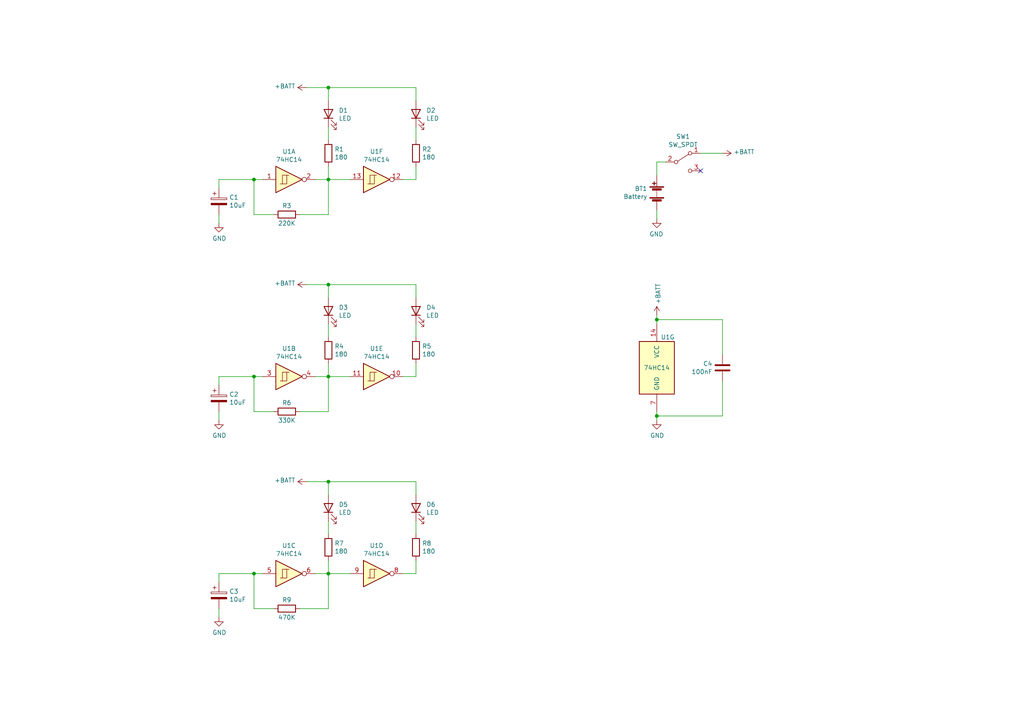
<source format=kicad_sch>
(kicad_sch (version 20231120) (generator "eeschema") (generator_version "8.0")
  (paper "A4")
  (title_block (title "PCB CON LUCES LED") (date "2022-01-03") (rev "R4") (company "www.picuino.com") (comment 1 "Licencia Creative Commons Attribution-ShareAlike 4.0 International") (comment 2 "Autor: Carlos Félix Pardo Martín"))
  (lib_symbols
    (symbol "74xx:74HC14" (pin_names (offset 1.016))
      (property "Reference" "U" (at 0 1.27 0))
      (property "Value" "74HC14" (at 0 -1.27 0))
      (symbol "74HC14_1_0"
        (polyline (pts (xy -3.81 3.81) (xy -3.81 -3.81) (xy 3.81 0) (xy -3.81 3.81)) (stroke (width 0.254)) (fill (type background)))
        (pin input line (at -7.62 0 0) (length 3.81) (name "~") (number "1"))
        (pin output inverted (at 7.62 0 180) (length 3.81) (name "~") (number "2"))
      )
      (symbol "74HC14_1_1"
        (polyline (pts (xy -1.905 -1.27) (xy -1.905 1.27) (xy -0.635 1.27)))
        (polyline (pts (xy -2.54 -1.27) (xy -0.635 -1.27) (xy -0.635 1.27) (xy 0 1.27)))
      )
      (symbol "74HC14_2_0"
        (polyline (pts (xy -3.81 3.81) (xy -3.81 -3.81) (xy 3.81 0) (xy -3.81 3.81)) (stroke (width 0.254)) (fill (type background)))
        (pin input line (at -7.62 0 0) (length 3.81) (name "~") (number "3"))
        (pin output inverted (at 7.62 0 180) (length 3.81) (name "~") (number "4"))
      )
      (symbol "74HC14_2_1"
        (polyline (pts (xy -1.905 -1.27) (xy -1.905 1.27) (xy -0.635 1.27)))
        (polyline (pts (xy -2.54 -1.27) (xy -0.635 -1.27) (xy -0.635 1.27) (xy 0 1.27)))
      )
      (symbol "74HC14_3_0"
        (polyline (pts (xy -3.81 3.81) (xy -3.81 -3.81) (xy 3.81 0) (xy -3.81 3.81)) (stroke (width 0.254)) (fill (type background)))
        (pin input line (at -7.62 0 0) (length 3.81) (name "~") (number "5"))
        (pin output inverted (at 7.62 0 180) (length 3.81) (name "~") (number "6"))
      )
      (symbol "74HC14_3_1"
        (polyline (pts (xy -1.905 -1.27) (xy -1.905 1.27) (xy -0.635 1.27)))
        (polyline (pts (xy -2.54 -1.27) (xy -0.635 -1.27) (xy -0.635 1.27) (xy 0 1.27)))
      )
      (symbol "74HC14_4_0"
        (polyline (pts (xy -3.81 3.81) (xy -3.81 -3.81) (xy 3.81 0) (xy -3.81 3.81)) (stroke (width 0.254)) (fill (type background)))
        (pin output inverted (at 7.62 0 180) (length 3.81) (name "~") (number "8"))
        (pin input line (at -7.62 0 0) (length 3.81) (name "~") (number "9"))
      )
      (symbol "74HC14_4_1"
        (polyline (pts (xy -1.905 -1.27) (xy -1.905 1.27) (xy -0.635 1.27)))
        (polyline (pts (xy -2.54 -1.27) (xy -0.635 -1.27) (xy -0.635 1.27) (xy 0 1.27)))
      )
      (symbol "74HC14_5_0"
        (polyline (pts (xy -3.81 3.81) (xy -3.81 -3.81) (xy 3.81 0) (xy -3.81 3.81)) (stroke (width 0.254)) (fill (type background)))
        (pin output inverted (at 7.62 0 180) (length 3.81) (name "~") (number "10"))
        (pin input line (at -7.62 0 0) (length 3.81) (name "~") (number "11"))
      )
      (symbol "74HC14_5_1"
        (polyline (pts (xy -1.905 -1.27) (xy -1.905 1.27) (xy -0.635 1.27)))
        (polyline (pts (xy -2.54 -1.27) (xy -0.635 -1.27) (xy -0.635 1.27) (xy 0 1.27)))
      )
      (symbol "74HC14_6_0"
        (polyline (pts (xy -3.81 3.81) (xy -3.81 -3.81) (xy 3.81 0) (xy -3.81 3.81)) (stroke (width 0.254)) (fill (type background)))
        (pin output inverted (at 7.62 0 180) (length 3.81) (name "~") (number "12"))
        (pin input line (at -7.62 0 0) (length 3.81) (name "~") (number "13"))
      )
      (symbol "74HC14_6_1"
        (polyline (pts (xy -1.905 -1.27) (xy -1.905 1.27) (xy -0.635 1.27)))
        (polyline (pts (xy -2.54 -1.27) (xy -0.635 -1.27) (xy -0.635 1.27) (xy 0 1.27)))
      )
      (symbol "74HC14_7_0"
        (pin power_in line (at 0 12.7 270) (length 5.08) (name "VCC") (number "14"))
        (pin power_in line (at 0 -12.7 90) (length 5.08) (name "GND") (number "7"))
      )
      (symbol "74HC14_7_1"
        (rectangle (start -5.08 7.62) (end 5.08 -7.62) (stroke (width 0.254)) (fill (type background)))
      )
    )
    (symbol "Device:Battery" (pin_numbers hide) (pin_names (offset 0) hide)
      (property "Reference" "BT" (at 2.54 2.54 0))
      (property "Value" "Battery" (at 2.54 0 0))
      (symbol "Battery_0_1"
        (rectangle (start -2.032 -1.397) (end 2.032 -1.651) (fill (type outline)))
        (rectangle (start -2.032 1.778) (end 2.032 1.524) (fill (type outline)))
        (rectangle (start -1.3208 -1.9812) (end 1.27 -2.4892) (fill (type outline)))
        (rectangle (start -1.3208 1.1938) (end 1.27 0.6858) (fill (type outline)))
        (polyline (pts (xy 0 -1.524) (xy 0 -1.27)))
        (polyline (pts (xy 0 -1.016) (xy 0 -0.762)))
        (polyline (pts (xy 0 -0.508) (xy 0 -0.254)))
        (polyline (pts (xy 0 0) (xy 0 0.254)))
        (polyline (pts (xy 0 0.508) (xy 0 0.762)))
        (polyline (pts (xy 0 1.778) (xy 0 2.54)))
        (polyline (pts (xy 0.254 2.667) (xy 1.27 2.667)) (stroke (width 0.254)))
        (polyline (pts (xy 0.762 3.175) (xy 0.762 2.159)) (stroke (width 0.254)))
      )
      (symbol "Battery_1_1"
        (pin passive line (at 0 5.08 270) (length 2.54) (name "+") (number "1"))
        (pin passive line (at 0 -5.08 90) (length 2.54) (name "-") (number "2"))
      )
    )
    (symbol "Device:C" (pin_numbers hide) (pin_names (offset 0.254))
      (property "Reference" "C" (at 0.635 2.54 0))
      (property "Value" "C" (at 0.635 -2.54 0))
      (symbol "C_0_1"
        (polyline (pts (xy -2.032 -0.762) (xy 2.032 -0.762)) (stroke (width 0.508)))
        (polyline (pts (xy -2.032 0.762) (xy 2.032 0.762)) (stroke (width 0.508)))
      )
      (symbol "C_1_1"
        (pin passive line (at 0 3.81 270) (length 2.794) (name "~") (number "1"))
        (pin passive line (at 0 -3.81 90) (length 2.794) (name "~") (number "2"))
      )
    )
    (symbol "Device:LED" (pin_numbers hide) (pin_names (offset 1.016) hide)
      (property "Reference" "D" (at 0 2.54 0))
      (property "Value" "LED" (at 0 -2.54 0))
      (symbol "LED_0_1"
        (polyline (pts (xy -1.27 -1.27) (xy -1.27 1.27)) (stroke (width 0.254)))
        (polyline (pts (xy -1.27 0) (xy 1.27 0)))
        (polyline (pts (xy 1.27 -1.27) (xy 1.27 1.27) (xy -1.27 0) (xy 1.27 -1.27)) (stroke (width 0.254)))
        (polyline (pts (xy -3.048 -0.762) (xy -4.572 -2.286) (xy -3.81 -2.286) (xy -4.572 -2.286) (xy -4.572 -1.524)))
        (polyline (pts (xy -1.778 -0.762) (xy -3.302 -2.286) (xy -2.54 -2.286) (xy -3.302 -2.286) (xy -3.302 -1.524)))
      )
      (symbol "LED_1_1"
        (pin passive line (at -3.81 0 0) (length 2.54) (name "K") (number "1"))
        (pin passive line (at 3.81 0 180) (length 2.54) (name "A") (number "2"))
      )
    )
    (symbol "Device:R" (pin_numbers hide) (pin_names (offset 0))
      (property "Reference" "R" (at 2.032 0 90))
      (property "Value" "R" (at 0 0 90))
      (symbol "R_0_1"
        (rectangle (start -1.016 -2.54) (end 1.016 2.54) (stroke (width 0.254)))
      )
      (symbol "R_1_1"
        (pin passive line (at 0 3.81 270) (length 1.27) (name "~") (number "1"))
        (pin passive line (at 0 -3.81 90) (length 1.27) (name "~") (number "2"))
      )
    )
    (symbol "Switch:SW_SPDT" (pin_names (offset 0) hide)
      (property "Reference" "SW" (at 0 4.318 0))
      (property "Value" "SW_SPDT" (at 0 -5.08 0))
      (symbol "SW_SPDT_0_0"
        (circle (center -2.032 0) (radius 0.508))
        (circle (center 2.032 -2.54) (radius 0.508))
      )
      (symbol "SW_SPDT_0_1"
        (polyline (pts (xy -1.524 0.254) (xy 1.651 2.286)))
        (circle (center 2.032 2.54) (radius 0.508))
      )
      (symbol "SW_SPDT_1_1"
        (pin passive line (at 5.08 2.54 180) (length 2.54) (name "A") (number "1"))
        (pin passive line (at -5.08 0 0) (length 2.54) (name "B") (number "2"))
        (pin passive line (at 5.08 -2.54 180) (length 2.54) (name "C") (number "3"))
      )
    )
    (symbol "electronic-pcb-luces-led-rescue:CP-Device" (pin_numbers hide) (pin_names (offset 0.254))
      (property "Reference" "C" (at 0.635 2.54 0))
      (property "Value" "CP-Device" (at 0.635 -2.54 0))
      (symbol "CP-Device_0_1"
        (rectangle (start -2.286 0.508) (end 2.286 1.016))
        (polyline (pts (xy -1.778 2.286) (xy -0.762 2.286)))
        (polyline (pts (xy -1.27 2.794) (xy -1.27 1.778)))
        (rectangle (start 2.286 -0.508) (end -2.286 -1.016) (fill (type outline)))
      )
      (symbol "CP-Device_1_1"
        (pin passive line (at 0 3.81 270) (length 2.794) (name "~") (number "1"))
        (pin passive line (at 0 -3.81 90) (length 2.794) (name "~") (number "2"))
      )
    )
    (symbol "power:+BATT" (power) (pin_names (offset 0))
      (property "Value" "+BATT" (at 0 3.556 0))
      (symbol "+BATT_0_1"
        (polyline (pts (xy -0.762 1.27) (xy 0 2.54)))
        (polyline (pts (xy 0 0) (xy 0 2.54)))
        (polyline (pts (xy 0 2.54) (xy 0.762 1.27)))
      )
      (symbol "+BATT_1_1"
        (pin power_in line (at 0 0 90) (length 0) hide (name "+BATT") (number "1"))
      )
    )
    (symbol "power:GND" (power) (pin_names (offset 0))
      (property "Value" "GND" (at 0 -3.81 0))
      (symbol "GND_0_1"
        (polyline (pts (xy 0 0) (xy 0 -1.27) (xy 1.27 -1.27) (xy 0 -2.54) (xy -1.27 -1.27) (xy 0 -1.27)))
      )
      (symbol "GND_1_1"
        (pin power_in line (at 0 0 270) (length 0) hide (name "GND") (number "1"))
      )
    )
  )
  (junction (at 95.25 82.55))
  (junction (at 95.25 139.7))
  (junction (at 190.5 120.65))
  (junction (at 95.25 52.07))
  (junction (at 95.25 25.4))
  (junction (at 73.66 109.22))
  (junction (at 73.66 52.07))
  (junction (at 95.25 109.22))
  (junction (at 73.66 166.37))
  (junction (at 190.5 92.71))
  (junction (at 95.25 166.37))
  (no_connect (at 203.2 49.53))
  (wire (pts (xy 95.25 25.4) (xy 88.9 25.4)))
  (wire (pts (xy 63.5 52.07) (xy 73.66 52.07)))
  (wire (pts (xy 209.55 110.49) (xy 209.55 120.65)))
  (wire (pts (xy 73.66 109.22) (xy 76.2 109.22)))
  (wire (pts (xy 95.25 151.13) (xy 95.25 154.94)))
  (wire (pts (xy 95.25 109.22) (xy 95.25 119.38)))
  (wire (pts (xy 95.25 93.98) (xy 95.25 97.79)))
  (wire (pts (xy 190.5 120.65) (xy 209.55 120.65)))
  (wire (pts (xy 95.25 105.41) (xy 95.25 109.22)))
  (wire (pts (xy 95.25 52.07) (xy 91.44 52.07)))
  (wire (pts (xy 116.84 166.37) (xy 120.65 166.37)))
  (wire (pts (xy 120.65 166.37) (xy 120.65 162.56)))
  (wire (pts (xy 95.25 82.55) (xy 88.9 82.55)))
  (wire (pts (xy 95.25 52.07) (xy 101.6 52.07)))
  (wire (pts (xy 86.995 119.38) (xy 95.25 119.38)))
  (wire (pts (xy 190.5 46.99) (xy 190.5 50.8)))
  (wire (pts (xy 120.65 93.98) (xy 120.65 97.79)))
  (wire (pts (xy 63.5 166.37) (xy 73.66 166.37)))
  (wire (pts (xy 193.04 46.99) (xy 190.5 46.99)))
  (wire (pts (xy 95.25 82.55) (xy 95.25 86.36)))
  (wire (pts (xy 120.65 52.07) (xy 120.65 48.26)))
  (wire (pts (xy 95.25 139.7) (xy 88.9 139.7)))
  (wire (pts (xy 73.66 166.37) (xy 76.2 166.37)))
  (wire (pts (xy 120.65 86.36) (xy 120.65 82.55)))
  (wire (pts (xy 95.25 25.4) (xy 95.25 29.21)))
  (wire (pts (xy 120.65 143.51) (xy 120.65 139.7)))
  (wire (pts (xy 95.25 36.83) (xy 95.25 40.64)))
  (wire (pts (xy 120.65 25.4) (xy 95.25 25.4)))
  (wire (pts (xy 86.995 62.23) (xy 95.25 62.23)))
  (wire (pts (xy 73.66 166.37) (xy 73.66 176.53)))
  (wire (pts (xy 63.5 54.61) (xy 63.5 52.07)))
  (wire (pts (xy 190.5 92.71) (xy 190.5 93.98)))
  (wire (pts (xy 95.25 48.26) (xy 95.25 52.07)))
  (wire (pts (xy 63.5 109.22) (xy 73.66 109.22)))
  (wire (pts (xy 73.66 176.53) (xy 79.375 176.53)))
  (wire (pts (xy 120.65 29.21) (xy 120.65 25.4)))
  (wire (pts (xy 190.5 120.65) (xy 190.5 121.92)))
  (wire (pts (xy 120.65 151.13) (xy 120.65 154.94)))
  (wire (pts (xy 190.5 92.71) (xy 209.55 92.71)))
  (wire (pts (xy 63.5 111.76) (xy 63.5 109.22)))
  (wire (pts (xy 95.25 52.07) (xy 95.25 62.23)))
  (wire (pts (xy 120.65 36.83) (xy 120.65 40.64)))
  (wire (pts (xy 190.5 60.96) (xy 190.5 63.5)))
  (wire (pts (xy 73.66 62.23) (xy 79.375 62.23)))
  (wire (pts (xy 73.66 119.38) (xy 79.375 119.38)))
  (wire (pts (xy 95.25 166.37) (xy 95.25 176.53)))
  (wire (pts (xy 63.5 119.38) (xy 63.5 121.92)))
  (wire (pts (xy 86.995 176.53) (xy 95.25 176.53)))
  (wire (pts (xy 95.25 109.22) (xy 101.6 109.22)))
  (wire (pts (xy 120.65 82.55) (xy 95.25 82.55)))
  (wire (pts (xy 190.5 91.44) (xy 190.5 92.71)))
  (wire (pts (xy 73.66 109.22) (xy 73.66 119.38)))
  (wire (pts (xy 95.25 139.7) (xy 95.25 143.51)))
  (wire (pts (xy 95.25 109.22) (xy 91.44 109.22)))
  (wire (pts (xy 120.65 139.7) (xy 95.25 139.7)))
  (wire (pts (xy 95.25 166.37) (xy 101.6 166.37)))
  (wire (pts (xy 73.66 52.07) (xy 73.66 62.23)))
  (wire (pts (xy 63.5 176.53) (xy 63.5 179.07)))
  (wire (pts (xy 203.2 44.45) (xy 209.55 44.45)))
  (wire (pts (xy 116.84 52.07) (xy 120.65 52.07)))
  (wire (pts (xy 116.84 109.22) (xy 120.65 109.22)))
  (wire (pts (xy 120.65 109.22) (xy 120.65 105.41)))
  (wire (pts (xy 73.66 52.07) (xy 76.2 52.07)))
  (wire (pts (xy 209.55 92.71) (xy 209.55 102.87)))
  (wire (pts (xy 190.5 119.38) (xy 190.5 120.65)))
  (wire (pts (xy 63.5 62.23) (xy 63.5 64.77)))
  (wire (pts (xy 95.25 162.56) (xy 95.25 166.37)))
  (wire (pts (xy 95.25 166.37) (xy 91.44 166.37)))
  (wire (pts (xy 63.5 168.91) (xy 63.5 166.37)))
  (symbol (lib_id "74xx:74HC14") (at 83.82 52.07 0) (unit 1)
    (property "Reference" "U1" (at 83.82 43.942 0))
    (property "Value" "74HC14" (at 83.82 46.3042 0))
    (property "Footprint" "footprints:DIP-14_W7.62mm_Socket_LongPads" (effects (hide yes)))
    (property "Datasheet" "http://www.ti.com/lit/gpn/sn74HC14" (effects (hide yes)))
  )
  (symbol (lib_id "Device:LED") (at 95.25 33.02 90) (unit 1)
    (property "Reference" "D1" (at 98.2472 32.0294 90) (effects (justify right)))
    (property "Value" "LED" (at 98.2472 34.3408 90) (effects (justify right)))
    (property "Footprint" "footprints:LED_D5.0mm" (effects (hide yes)))
  )
  (symbol (lib_id "Device:R") (at 95.25 44.45 0) (unit 1)
    (property "Reference" "R1" (at 97.028 43.2816 0) (effects (justify left)))
    (property "Value" "180" (at 97.028 45.593 0) (effects (justify left)))
    (property "Footprint" "footprints:R_Axial_DIN0411_L9.9mm_D3.6mm_P12.70mm_Horizontal" (effects (hide yes)))
  )
  (symbol (lib_id "74xx:74HC14") (at 109.22 52.07 0) (unit 6)
    (property "Reference" "U1" (at 109.22 43.942 0))
    (property "Value" "74HC14" (at 109.22 46.3042 0))
    (property "Footprint" "footprints:DIP-14_W7.62mm_Socket_LongPads" (effects (hide yes)))
    (property "Datasheet" "http://www.ti.com/lit/gpn/sn74HC14" (effects (hide yes)))
  )
  (symbol (lib_id "Device:LED") (at 120.65 33.02 90) (unit 1)
    (property "Reference" "D2" (at 123.6472 32.0294 90) (effects (justify right)))
    (property "Value" "LED" (at 123.6472 34.3408 90) (effects (justify right)))
    (property "Footprint" "footprints:LED_D5.0mm" (effects (hide yes)))
  )
  (symbol (lib_id "Device:R") (at 120.65 44.45 0) (unit 1)
    (property "Reference" "R2" (at 122.428 43.2816 0) (effects (justify left)))
    (property "Value" "180" (at 122.428 45.593 0) (effects (justify left)))
    (property "Footprint" "footprints:R_Axial_DIN0411_L9.9mm_D3.6mm_P12.70mm_Horizontal" (effects (hide yes)))
  )
  (symbol (lib_id "Device:R") (at 83.185 62.23 270) (unit 1)
    (property "Reference" "R3" (at 83.185 59.69 90))
    (property "Value" "220K" (at 83.185 64.77 90))
    (property "Footprint" "footprints:R_Axial_DIN0411_L9.9mm_D3.6mm_P12.70mm_Horizontal" (effects (hide yes)))
  )
  (symbol (lib_id "electronic-pcb-luces-led-rescue:CP-Device") (at 63.5 58.42 0) (unit 1)
    (property "Reference" "C1" (at 66.4972 57.2516 0) (effects (justify left)))
    (property "Value" "10uF" (at 66.4972 59.563 0) (effects (justify left)))
    (property "Footprint" "footprints:CP_Radial_D5.0mm_P2.00mm" (effects (hide yes)))
  )
  (symbol (lib_id "power:GND") (at 63.5 64.77 0) (unit 1)
    (property "Reference" "#PWR02" (effects (hide yes)))
    (property "Value" "GND" (at 63.627 69.1642 0))
  )
  (symbol (lib_id "74xx:74HC14") (at 83.82 109.22 0) (unit 2)
    (property "Reference" "U1" (at 83.82 101.092 0))
    (property "Value" "74HC14" (at 83.82 103.4542 0))
    (property "Footprint" "footprints:DIP-14_W7.62mm_Socket_LongPads" (effects (hide yes)))
    (property "Datasheet" "http://www.ti.com/lit/gpn/sn74HC14" (effects (hide yes)))
  )
  (symbol (lib_id "74xx:74HC14") (at 109.22 109.22 0) (unit 5)
    (property "Reference" "U1" (at 109.22 101.092 0))
    (property "Value" "74HC14" (at 109.22 103.4542 0))
    (property "Footprint" "footprints:DIP-14_W7.62mm_Socket_LongPads" (effects (hide yes)))
    (property "Datasheet" "http://www.ti.com/lit/gpn/sn74HC14" (effects (hide yes)))
  )
  (symbol (lib_id "74xx:74HC14") (at 83.82 166.37 0) (unit 3)
    (property "Reference" "U1" (at 83.82 158.242 0))
    (property "Value" "74HC14" (at 83.82 160.6042 0))
    (property "Footprint" "footprints:DIP-14_W7.62mm_Socket_LongPads" (effects (hide yes)))
    (property "Datasheet" "http://www.ti.com/lit/gpn/sn74HC14" (effects (hide yes)))
  )
  (symbol (lib_id "74xx:74HC14") (at 109.22 166.37 0) (unit 4)
    (property "Reference" "U1" (at 109.22 158.242 0))
    (property "Value" "74HC14" (at 109.22 160.6042 0))
    (property "Footprint" "footprints:DIP-14_W7.62mm_Socket_LongPads" (effects (hide yes)))
    (property "Datasheet" "http://www.ti.com/lit/gpn/sn74HC14" (effects (hide yes)))
  )
  (symbol (lib_id "power:+BATT") (at 88.9 25.4 90) (unit 1)
    (property "Reference" "#PWR01" (effects (hide yes)))
    (property "Value" "+BATT" (at 85.6742 25.019 90) (effects (justify left)))
  )
  (symbol (lib_id "Device:Battery") (at 190.5 55.88 0) (mirror y) (unit 1)
    (property "Reference" "BT1" (at 187.7568 54.7116 0) (effects (justify left)))
    (property "Value" "Battery" (at 187.7568 57.023 0) (effects (justify left)))
    (property "Footprint" "footprints:PinHeader_1x02_P2.54mm_Vertical" (effects (hide yes)))
  )
  (symbol (lib_id "power:GND") (at 190.5 63.5 0) (mirror y) (unit 1)
    (property "Reference" "#PWR0101" (effects (hide yes)))
    (property "Value" "GND" (at 190.373 67.8942 0))
  )
  (symbol (lib_id "power:+BATT") (at 209.55 44.45 270) (mirror x) (unit 1)
    (property "Reference" "#PWR0102" (effects (hide yes)))
    (property "Value" "+BATT" (at 212.7758 44.069 90) (effects (justify left)))
  )
  (symbol (lib_id "Device:C") (at 209.55 106.68 0) (mirror y) (unit 1)
    (property "Reference" "C4" (at 206.629 105.4862 0) (effects (justify left)))
    (property "Value" "100nF" (at 206.629 107.8484 0) (effects (justify left)))
    (property "Footprint" "footprints:C_Rect_L9.0mm_W3.2mm_P7.50mm_MKT" (effects (hide yes)))
  )
  (symbol (lib_id "Switch:SW_SPDT") (at 198.12 46.99 0) (unit 1)
    (property "Reference" "SW1" (at 198.12 39.5986 0))
    (property "Value" "SW_SPDT" (at 198.12 41.9608 0))
    (property "Footprint" "footprints:SW_Slide_1P2T_CK_OS102011MS2Q" (effects (hide yes)))
  )
  (symbol (lib_id "74xx:74HC14") (at 190.5 106.68 0) (unit 7)
    (property "Reference" "U1" (at 193.675 97.79 0))
    (property "Value" "74HC14" (at 190.5 106.68 0))
    (property "Footprint" "footprints:DIP-14_W7.62mm_Socket_LongPads" (effects (hide yes)))
    (property "Datasheet" "http://www.ti.com/lit/gpn/sn74HC14" (effects (hide yes)))
  )
  (symbol (lib_id "power:GND") (at 190.5 121.92 0) (unit 1)
    (property "Reference" "#PWR0103" (effects (hide yes)))
    (property "Value" "GND" (at 190.627 126.3142 0))
  )
  (symbol (lib_id "power:+BATT") (at 190.5 91.44 0) (unit 1)
    (property "Reference" "#PWR0104" (effects (hide yes)))
    (property "Value" "+BATT" (at 190.881 88.2142 90) (effects (justify left)))
  )
  (symbol (lib_id "Device:LED") (at 95.25 90.17 90) (unit 1)
    (property "Reference" "D3" (at 98.2472 89.1794 90) (effects (justify right)))
    (property "Value" "LED" (at 98.2472 91.4908 90) (effects (justify right)))
    (property "Footprint" "footprints:LED_D5.0mm" (effects (hide yes)))
  )
  (symbol (lib_id "Device:R") (at 95.25 101.6 0) (unit 1)
    (property "Reference" "R4" (at 97.028 100.4316 0) (effects (justify left)))
    (property "Value" "180" (at 97.028 102.743 0) (effects (justify left)))
    (property "Footprint" "footprints:R_Axial_DIN0411_L9.9mm_D3.6mm_P12.70mm_Horizontal" (effects (hide yes)))
  )
  (symbol (lib_id "Device:LED") (at 120.65 90.17 90) (unit 1)
    (property "Reference" "D4" (at 123.6472 89.1794 90) (effects (justify right)))
    (property "Value" "LED" (at 123.6472 91.4908 90) (effects (justify right)))
    (property "Footprint" "footprints:LED_D5.0mm" (effects (hide yes)))
  )
  (symbol (lib_id "Device:R") (at 120.65 101.6 0) (unit 1)
    (property "Reference" "R5" (at 122.428 100.4316 0) (effects (justify left)))
    (property "Value" "180" (at 122.428 102.743 0) (effects (justify left)))
    (property "Footprint" "footprints:R_Axial_DIN0411_L9.9mm_D3.6mm_P12.70mm_Horizontal" (effects (hide yes)))
  )
  (symbol (lib_id "Device:R") (at 83.185 119.38 270) (unit 1)
    (property "Reference" "R6" (at 83.185 116.84 90))
    (property "Value" "330K" (at 83.185 121.92 90))
    (property "Footprint" "footprints:R_Axial_DIN0411_L9.9mm_D3.6mm_P12.70mm_Horizontal" (effects (hide yes)))
  )
  (symbol (lib_id "power:+BATT") (at 88.9 82.55 90) (unit 1)
    (property "Reference" "#PWR0105" (effects (hide yes)))
    (property "Value" "+BATT" (at 85.6742 82.169 90) (effects (justify left)))
  )
  (symbol (lib_id "power:GND") (at 63.5 121.92 0) (unit 1)
    (property "Reference" "#PWR0106" (effects (hide yes)))
    (property "Value" "GND" (at 63.627 126.3142 0))
  )
  (symbol (lib_id "electronic-pcb-luces-led-rescue:CP-Device") (at 63.5 115.57 0) (unit 1)
    (property "Reference" "C2" (at 66.4972 114.4016 0) (effects (justify left)))
    (property "Value" "10uF" (at 66.4972 116.713 0) (effects (justify left)))
    (property "Footprint" "footprints:CP_Radial_D5.0mm_P2.00mm" (effects (hide yes)))
  )
  (symbol (lib_id "Device:LED") (at 95.25 147.32 90) (unit 1)
    (property "Reference" "D5" (at 98.2472 146.3294 90) (effects (justify right)))
    (property "Value" "LED" (at 98.2472 148.6408 90) (effects (justify right)))
    (property "Footprint" "footprints:LED_D5.0mm" (effects (hide yes)))
  )
  (symbol (lib_id "Device:R") (at 95.25 158.75 0) (unit 1)
    (property "Reference" "R7" (at 97.028 157.5816 0) (effects (justify left)))
    (property "Value" "180" (at 97.028 159.893 0) (effects (justify left)))
    (property "Footprint" "footprints:R_Axial_DIN0411_L9.9mm_D3.6mm_P12.70mm_Horizontal" (effects (hide yes)))
  )
  (symbol (lib_id "Device:LED") (at 120.65 147.32 90) (unit 1)
    (property "Reference" "D6" (at 123.6472 146.3294 90) (effects (justify right)))
    (property "Value" "LED" (at 123.6472 148.6408 90) (effects (justify right)))
    (property "Footprint" "footprints:LED_D5.0mm" (effects (hide yes)))
  )
  (symbol (lib_id "Device:R") (at 120.65 158.75 0) (unit 1)
    (property "Reference" "R8" (at 122.428 157.5816 0) (effects (justify left)))
    (property "Value" "180" (at 122.428 159.893 0) (effects (justify left)))
    (property "Footprint" "footprints:R_Axial_DIN0411_L9.9mm_D3.6mm_P12.70mm_Horizontal" (effects (hide yes)))
  )
  (symbol (lib_id "Device:R") (at 83.185 176.53 270) (unit 1)
    (property "Reference" "R9" (at 83.185 173.99 90))
    (property "Value" "470K" (at 83.185 179.07 90))
    (property "Footprint" "footprints:R_Axial_DIN0411_L9.9mm_D3.6mm_P12.70mm_Horizontal" (effects (hide yes)))
  )
  (symbol (lib_id "power:+BATT") (at 88.9 139.7 90) (unit 1)
    (property "Reference" "#PWR0107" (effects (hide yes)))
    (property "Value" "+BATT" (at 85.6742 139.319 90) (effects (justify left)))
  )
  (symbol (lib_id "power:GND") (at 63.5 179.07 0) (unit 1)
    (property "Reference" "#PWR0108" (effects (hide yes)))
    (property "Value" "GND" (at 63.627 183.4642 0))
  )
  (symbol (lib_id "electronic-pcb-luces-led-rescue:CP-Device") (at 63.5 172.72 0) (unit 1)
    (property "Reference" "C3" (at 66.4972 171.5516 0) (effects (justify left)))
    (property "Value" "10uF" (at 66.4972 173.863 0) (effects (justify left)))
    (property "Footprint" "footprints:CP_Radial_D5.0mm_P2.00mm" (effects (hide yes)))
  )
)
</source>
